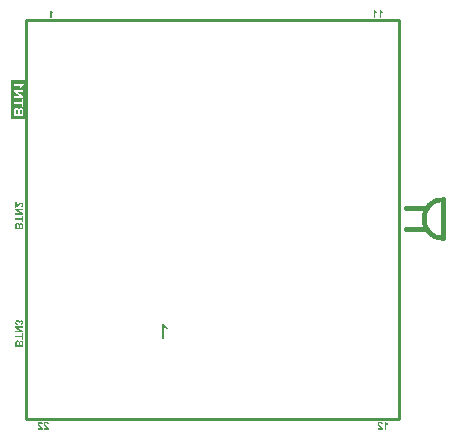
<source format=gbo>
G04*
G04 #@! TF.GenerationSoftware,Altium Limited,Altium Designer,20.1.10 (176)*
G04*
G04 Layer_Color=13813960*
%FSLAX25Y25*%
%MOIN*%
G70*
G04*
G04 #@! TF.SameCoordinates,5BC12612-045E-4FBA-96B6-5BC6791460FD*
G04*
G04*
G04 #@! TF.FilePolarity,Positive*
G04*
G01*
G75*
%ADD11C,0.01000*%
%ADD95C,0.01500*%
G36*
X-62087Y-40100D02*
X-67300D01*
Y-27200D01*
X-62087D01*
Y-40100D01*
D02*
G37*
G36*
X-64997Y-107210D02*
X-64955Y-107213D01*
X-64878Y-107227D01*
X-64811Y-107249D01*
X-64753Y-107274D01*
X-64728Y-107285D01*
X-64706Y-107299D01*
X-64687Y-107310D01*
X-64670Y-107318D01*
X-64659Y-107330D01*
X-64650Y-107335D01*
X-64645Y-107338D01*
X-64642Y-107341D01*
X-64612Y-107366D01*
X-64584Y-107393D01*
X-64540Y-107449D01*
X-64501Y-107507D01*
X-64473Y-107565D01*
X-64454Y-107612D01*
X-64446Y-107634D01*
X-64440Y-107654D01*
X-64434Y-107668D01*
X-64432Y-107679D01*
X-64429Y-107687D01*
Y-107690D01*
X-64390Y-107626D01*
X-64349Y-107568D01*
X-64304Y-107518D01*
X-64260Y-107476D01*
X-64216Y-107440D01*
X-64171Y-107410D01*
X-64127Y-107388D01*
X-64085Y-107368D01*
X-64047Y-107352D01*
X-64008Y-107341D01*
X-63975Y-107332D01*
X-63947Y-107327D01*
X-63925Y-107324D01*
X-63905Y-107321D01*
X-63894D01*
X-63892D01*
X-63847Y-107324D01*
X-63806Y-107330D01*
X-63764Y-107338D01*
X-63725Y-107349D01*
X-63653Y-107379D01*
X-63592Y-107413D01*
X-63565Y-107429D01*
X-63540Y-107446D01*
X-63517Y-107463D01*
X-63501Y-107476D01*
X-63487Y-107487D01*
X-63476Y-107496D01*
X-63470Y-107501D01*
X-63468Y-107504D01*
X-63426Y-107546D01*
X-63390Y-107590D01*
X-63360Y-107637D01*
X-63332Y-107687D01*
X-63310Y-107734D01*
X-63290Y-107781D01*
X-63276Y-107828D01*
X-63263Y-107875D01*
X-63254Y-107917D01*
X-63246Y-107956D01*
X-63243Y-107992D01*
X-63238Y-108022D01*
Y-108047D01*
X-63235Y-108066D01*
Y-108083D01*
X-63238Y-108161D01*
X-63246Y-108233D01*
X-63260Y-108299D01*
X-63274Y-108354D01*
X-63282Y-108379D01*
X-63290Y-108402D01*
X-63296Y-108421D01*
X-63301Y-108438D01*
X-63307Y-108451D01*
X-63313Y-108460D01*
X-63315Y-108465D01*
Y-108468D01*
X-63349Y-108529D01*
X-63385Y-108582D01*
X-63421Y-108626D01*
X-63457Y-108662D01*
X-63487Y-108692D01*
X-63515Y-108715D01*
X-63531Y-108726D01*
X-63534Y-108731D01*
X-63537D01*
X-63592Y-108764D01*
X-63653Y-108792D01*
X-63714Y-108817D01*
X-63775Y-108836D01*
X-63828Y-108853D01*
X-63850Y-108859D01*
X-63869Y-108864D01*
X-63886Y-108867D01*
X-63897Y-108870D01*
X-63905Y-108872D01*
X-63908D01*
X-63983Y-108421D01*
X-63925Y-108410D01*
X-63872Y-108396D01*
X-63831Y-108379D01*
X-63794Y-108360D01*
X-63767Y-108341D01*
X-63747Y-108327D01*
X-63734Y-108316D01*
X-63731Y-108313D01*
X-63700Y-108277D01*
X-63678Y-108241D01*
X-63664Y-108205D01*
X-63653Y-108172D01*
X-63648Y-108141D01*
X-63642Y-108119D01*
Y-108097D01*
X-63645Y-108050D01*
X-63653Y-108008D01*
X-63667Y-107975D01*
X-63681Y-107945D01*
X-63695Y-107920D01*
X-63709Y-107903D01*
X-63717Y-107892D01*
X-63720Y-107889D01*
X-63750Y-107864D01*
X-63783Y-107845D01*
X-63819Y-107831D01*
X-63850Y-107820D01*
X-63880Y-107814D01*
X-63902Y-107811D01*
X-63919D01*
X-63922D01*
X-63925D01*
X-63980Y-107817D01*
X-64027Y-107828D01*
X-64069Y-107845D01*
X-64105Y-107864D01*
X-64132Y-107886D01*
X-64152Y-107903D01*
X-64163Y-107914D01*
X-64169Y-107920D01*
X-64196Y-107964D01*
X-64218Y-108011D01*
X-64235Y-108061D01*
X-64243Y-108111D01*
X-64249Y-108155D01*
Y-108174D01*
X-64252Y-108191D01*
Y-108224D01*
X-64650Y-108277D01*
X-64637Y-108230D01*
X-64628Y-108186D01*
X-64620Y-108150D01*
X-64617Y-108116D01*
X-64614Y-108089D01*
X-64612Y-108069D01*
Y-108053D01*
X-64617Y-108000D01*
X-64628Y-107953D01*
X-64648Y-107911D01*
X-64667Y-107875D01*
X-64687Y-107848D01*
X-64706Y-107825D01*
X-64717Y-107814D01*
X-64723Y-107809D01*
X-64767Y-107775D01*
X-64814Y-107751D01*
X-64864Y-107734D01*
X-64911Y-107720D01*
X-64952Y-107715D01*
X-64969Y-107712D01*
X-64986D01*
X-65000Y-107709D01*
X-65008D01*
X-65013D01*
X-65016D01*
X-65085Y-107715D01*
X-65146Y-107726D01*
X-65199Y-107742D01*
X-65243Y-107762D01*
X-65279Y-107781D01*
X-65304Y-107798D01*
X-65321Y-107809D01*
X-65326Y-107814D01*
X-65365Y-107856D01*
X-65393Y-107900D01*
X-65412Y-107942D01*
X-65426Y-107983D01*
X-65434Y-108019D01*
X-65437Y-108047D01*
X-65440Y-108058D01*
Y-108072D01*
X-65437Y-108122D01*
X-65426Y-108169D01*
X-65409Y-108210D01*
X-65393Y-108246D01*
X-65376Y-108274D01*
X-65360Y-108296D01*
X-65349Y-108307D01*
X-65346Y-108313D01*
X-65307Y-108346D01*
X-65260Y-108374D01*
X-65215Y-108396D01*
X-65168Y-108410D01*
X-65130Y-108424D01*
X-65096Y-108429D01*
X-65083Y-108432D01*
X-65074Y-108435D01*
X-65069D01*
X-65066D01*
X-65124Y-108908D01*
X-65182Y-108900D01*
X-65241Y-108886D01*
X-65293Y-108870D01*
X-65343Y-108853D01*
X-65390Y-108831D01*
X-65432Y-108809D01*
X-65470Y-108787D01*
X-65506Y-108764D01*
X-65540Y-108739D01*
X-65567Y-108720D01*
X-65592Y-108698D01*
X-65612Y-108681D01*
X-65628Y-108668D01*
X-65639Y-108656D01*
X-65645Y-108648D01*
X-65648Y-108645D01*
X-65684Y-108601D01*
X-65714Y-108554D01*
X-65739Y-108507D01*
X-65764Y-108457D01*
X-65783Y-108410D01*
X-65797Y-108363D01*
X-65811Y-108316D01*
X-65822Y-108271D01*
X-65830Y-108230D01*
X-65836Y-108191D01*
X-65842Y-108155D01*
X-65844Y-108127D01*
Y-108102D01*
X-65847Y-108086D01*
Y-108069D01*
X-65844Y-108003D01*
X-65836Y-107936D01*
X-65825Y-107875D01*
X-65811Y-107817D01*
X-65792Y-107764D01*
X-65772Y-107712D01*
X-65750Y-107665D01*
X-65728Y-107623D01*
X-65709Y-107584D01*
X-65686Y-107551D01*
X-65667Y-107524D01*
X-65648Y-107499D01*
X-65634Y-107479D01*
X-65623Y-107465D01*
X-65614Y-107457D01*
X-65612Y-107454D01*
X-65565Y-107410D01*
X-65517Y-107374D01*
X-65470Y-107341D01*
X-65421Y-107313D01*
X-65373Y-107288D01*
X-65326Y-107269D01*
X-65279Y-107252D01*
X-65235Y-107238D01*
X-65193Y-107227D01*
X-65157Y-107221D01*
X-65124Y-107216D01*
X-65094Y-107210D01*
X-65071D01*
X-65052Y-107208D01*
X-65041D01*
X-65038D01*
X-64997Y-107210D01*
D02*
G37*
G36*
X-63243Y-109803D02*
X-64961D01*
X-63243Y-110856D01*
Y-111354D01*
X-65800D01*
Y-110878D01*
X-64121D01*
X-65800Y-109842D01*
Y-109327D01*
X-63243D01*
Y-109803D01*
D02*
G37*
G36*
Y-113720D02*
X-63675D01*
Y-112961D01*
X-65800D01*
Y-112446D01*
X-63675D01*
Y-111692D01*
X-63243D01*
Y-113720D01*
D02*
G37*
G36*
X-64980Y-113983D02*
X-64905Y-113997D01*
X-64842Y-114019D01*
X-64783Y-114041D01*
X-64761Y-114052D01*
X-64739Y-114063D01*
X-64720Y-114075D01*
X-64703Y-114086D01*
X-64692Y-114094D01*
X-64684Y-114099D01*
X-64678Y-114102D01*
X-64675Y-114105D01*
X-64617Y-114155D01*
X-64570Y-114213D01*
X-64529Y-114274D01*
X-64498Y-114329D01*
X-64473Y-114382D01*
X-64465Y-114404D01*
X-64457Y-114424D01*
X-64451Y-114440D01*
X-64446Y-114451D01*
X-64443Y-114460D01*
Y-114462D01*
X-64412Y-114404D01*
X-64376Y-114351D01*
X-64337Y-114307D01*
X-64301Y-114268D01*
X-64268Y-114238D01*
X-64243Y-114216D01*
X-64232Y-114210D01*
X-64224Y-114205D01*
X-64221Y-114199D01*
X-64218D01*
X-64160Y-114166D01*
X-64105Y-114144D01*
X-64049Y-114127D01*
X-63997Y-114113D01*
X-63952Y-114108D01*
X-63936Y-114105D01*
X-63919D01*
X-63905Y-114102D01*
X-63897D01*
X-63892D01*
X-63889D01*
X-63828Y-114105D01*
X-63772Y-114113D01*
X-63720Y-114127D01*
X-63675Y-114141D01*
X-63639Y-114158D01*
X-63612Y-114169D01*
X-63603Y-114174D01*
X-63595Y-114180D01*
X-63592Y-114182D01*
X-63590D01*
X-63542Y-114213D01*
X-63501Y-114246D01*
X-63465Y-114279D01*
X-63432Y-114310D01*
X-63410Y-114338D01*
X-63390Y-114360D01*
X-63379Y-114374D01*
X-63376Y-114376D01*
Y-114379D01*
X-63349Y-114424D01*
X-63326Y-114471D01*
X-63307Y-114515D01*
X-63293Y-114557D01*
X-63282Y-114593D01*
X-63276Y-114620D01*
X-63274Y-114631D01*
X-63271Y-114640D01*
Y-114645D01*
X-63265Y-114676D01*
X-63263Y-114706D01*
X-63254Y-114778D01*
X-63249Y-114853D01*
X-63246Y-114928D01*
Y-114961D01*
X-63243Y-114994D01*
Y-116119D01*
X-65800D01*
Y-115160D01*
X-65797Y-115080D01*
Y-114944D01*
X-65794Y-114886D01*
Y-114836D01*
X-65792Y-114792D01*
Y-114753D01*
X-65789Y-114723D01*
Y-114695D01*
X-65786Y-114673D01*
Y-114656D01*
X-65783Y-114642D01*
Y-114629D01*
X-65772Y-114554D01*
X-65756Y-114487D01*
X-65736Y-114426D01*
X-65714Y-114376D01*
X-65695Y-114338D01*
X-65686Y-114321D01*
X-65681Y-114307D01*
X-65673Y-114296D01*
X-65667Y-114288D01*
X-65664Y-114285D01*
Y-114282D01*
X-65626Y-114232D01*
X-65581Y-114188D01*
X-65537Y-114149D01*
X-65495Y-114119D01*
X-65459Y-114094D01*
X-65429Y-114075D01*
X-65418Y-114069D01*
X-65409Y-114063D01*
X-65404Y-114061D01*
X-65401D01*
X-65337Y-114033D01*
X-65276Y-114014D01*
X-65221Y-113997D01*
X-65168Y-113989D01*
X-65124Y-113983D01*
X-65105Y-113980D01*
X-65091Y-113978D01*
X-65077D01*
X-65069D01*
X-65063D01*
X-65060D01*
X-65019D01*
X-64980Y-113983D01*
D02*
G37*
G36*
X-16321Y-108704D02*
X-16243Y-108819D01*
X-16154Y-108928D01*
X-16066Y-109022D01*
X-15988Y-109110D01*
X-15952Y-109141D01*
X-15926Y-109172D01*
X-15900Y-109198D01*
X-15879Y-109214D01*
X-15868Y-109224D01*
X-15863Y-109230D01*
X-15723Y-109349D01*
X-15572Y-109453D01*
X-15426Y-109552D01*
X-15291Y-109635D01*
X-15234Y-109666D01*
X-15177Y-109698D01*
X-15125Y-109729D01*
X-15083Y-109750D01*
X-15047Y-109765D01*
X-15021Y-109781D01*
X-15005Y-109786D01*
X-15000Y-109791D01*
Y-110358D01*
X-15104Y-110316D01*
X-15213Y-110270D01*
X-15317Y-110218D01*
X-15411Y-110171D01*
X-15494Y-110124D01*
X-15530Y-110108D01*
X-15562Y-110088D01*
X-15588Y-110077D01*
X-15603Y-110067D01*
X-15614Y-110056D01*
X-15619D01*
X-15744Y-109978D01*
X-15853Y-109906D01*
X-15952Y-109838D01*
X-16030Y-109776D01*
X-16097Y-109724D01*
X-16144Y-109687D01*
X-16170Y-109661D01*
X-16180Y-109651D01*
Y-113400D01*
X-16768D01*
Y-108585D01*
X-16388D01*
X-16321Y-108704D01*
D02*
G37*
G36*
X-55442Y-141138D02*
X-55381Y-141143D01*
X-55323Y-141152D01*
X-55270Y-141163D01*
X-55218Y-141176D01*
X-55171Y-141190D01*
X-55129Y-141207D01*
X-55088Y-141224D01*
X-55051Y-141240D01*
X-55021Y-141257D01*
X-54993Y-141271D01*
X-54971Y-141285D01*
X-54955Y-141296D01*
X-54941Y-141304D01*
X-54932Y-141309D01*
X-54930Y-141312D01*
X-54888Y-141348D01*
X-54852Y-141387D01*
X-54819Y-141431D01*
X-54791Y-141479D01*
X-54766Y-141525D01*
X-54744Y-141575D01*
X-54725Y-141622D01*
X-54708Y-141670D01*
X-54694Y-141714D01*
X-54683Y-141755D01*
X-54675Y-141794D01*
X-54669Y-141827D01*
X-54664Y-141855D01*
X-54661Y-141877D01*
X-54658Y-141888D01*
Y-141894D01*
X-55146Y-141941D01*
X-55149Y-141902D01*
X-55154Y-141866D01*
X-55168Y-141803D01*
X-55185Y-141750D01*
X-55201Y-141708D01*
X-55221Y-141675D01*
X-55234Y-141653D01*
X-55245Y-141642D01*
X-55248Y-141636D01*
X-55284Y-141606D01*
X-55326Y-141581D01*
X-55367Y-141564D01*
X-55406Y-141553D01*
X-55442Y-141548D01*
X-55470Y-141542D01*
X-55495D01*
X-55550Y-141545D01*
X-55597Y-141556D01*
X-55639Y-141570D01*
X-55675Y-141586D01*
X-55703Y-141603D01*
X-55722Y-141617D01*
X-55736Y-141628D01*
X-55739Y-141631D01*
X-55769Y-141667D01*
X-55791Y-141708D01*
X-55805Y-141750D01*
X-55816Y-141789D01*
X-55822Y-141827D01*
X-55827Y-141855D01*
Y-141866D01*
Y-141875D01*
Y-141880D01*
Y-141883D01*
X-55822Y-141938D01*
X-55810Y-141994D01*
X-55794Y-142043D01*
X-55777Y-142088D01*
X-55758Y-142127D01*
X-55741Y-142157D01*
X-55733Y-142168D01*
X-55730Y-142176D01*
X-55725Y-142179D01*
Y-142182D01*
X-55708Y-142204D01*
X-55686Y-142232D01*
X-55658Y-142262D01*
X-55630Y-142293D01*
X-55564Y-142362D01*
X-55492Y-142431D01*
X-55459Y-142465D01*
X-55426Y-142498D01*
X-55398Y-142525D01*
X-55370Y-142551D01*
X-55348Y-142570D01*
X-55331Y-142587D01*
X-55320Y-142597D01*
X-55317Y-142600D01*
X-55243Y-142670D01*
X-55176Y-142736D01*
X-55112Y-142800D01*
X-55057Y-142858D01*
X-55007Y-142911D01*
X-54963Y-142963D01*
X-54921Y-143008D01*
X-54888Y-143049D01*
X-54858Y-143088D01*
X-54833Y-143118D01*
X-54811Y-143149D01*
X-54794Y-143171D01*
X-54783Y-143188D01*
X-54772Y-143201D01*
X-54769Y-143210D01*
X-54766Y-143212D01*
X-54719Y-143298D01*
X-54683Y-143384D01*
X-54653Y-143467D01*
X-54631Y-143542D01*
X-54622Y-143575D01*
X-54617Y-143606D01*
X-54611Y-143633D01*
X-54606Y-143656D01*
X-54603Y-143675D01*
Y-143689D01*
X-54600Y-143697D01*
Y-143700D01*
X-56317D01*
Y-143246D01*
X-55342D01*
X-55376Y-143199D01*
X-55392Y-143176D01*
X-55406Y-143154D01*
X-55420Y-143138D01*
X-55431Y-143124D01*
X-55439Y-143115D01*
X-55442Y-143113D01*
X-55456Y-143099D01*
X-55473Y-143079D01*
X-55492Y-143060D01*
X-55514Y-143038D01*
X-55561Y-142991D01*
X-55611Y-142944D01*
X-55658Y-142900D01*
X-55680Y-142880D01*
X-55700Y-142864D01*
X-55713Y-142850D01*
X-55725Y-142839D01*
X-55733Y-142833D01*
X-55736Y-142830D01*
X-55777Y-142791D01*
X-55816Y-142755D01*
X-55852Y-142719D01*
X-55885Y-142689D01*
X-55913Y-142658D01*
X-55941Y-142633D01*
X-55963Y-142609D01*
X-55985Y-142587D01*
X-56015Y-142551D01*
X-56040Y-142525D01*
X-56051Y-142509D01*
X-56057Y-142503D01*
X-56104Y-142440D01*
X-56146Y-142379D01*
X-56179Y-142323D01*
X-56207Y-142276D01*
X-56226Y-142235D01*
X-56234Y-142218D01*
X-56243Y-142204D01*
X-56248Y-142193D01*
X-56251Y-142182D01*
X-56254Y-142179D01*
Y-142176D01*
X-56276Y-142118D01*
X-56290Y-142060D01*
X-56301Y-142005D01*
X-56309Y-141952D01*
X-56315Y-141911D01*
Y-141891D01*
X-56317Y-141877D01*
Y-141864D01*
Y-141855D01*
Y-141850D01*
Y-141847D01*
X-56315Y-141791D01*
X-56309Y-141739D01*
X-56298Y-141689D01*
X-56284Y-141639D01*
X-56267Y-141595D01*
X-56248Y-141553D01*
X-56229Y-141515D01*
X-56209Y-141481D01*
X-56187Y-141448D01*
X-56168Y-141420D01*
X-56148Y-141395D01*
X-56132Y-141376D01*
X-56118Y-141362D01*
X-56107Y-141348D01*
X-56101Y-141343D01*
X-56099Y-141340D01*
X-56057Y-141304D01*
X-56010Y-141273D01*
X-55963Y-141246D01*
X-55916Y-141221D01*
X-55866Y-141201D01*
X-55816Y-141185D01*
X-55769Y-141171D01*
X-55722Y-141160D01*
X-55677Y-141152D01*
X-55636Y-141146D01*
X-55600Y-141140D01*
X-55569Y-141138D01*
X-55542Y-141135D01*
X-55506D01*
X-55442Y-141138D01*
D02*
G37*
G36*
X-57428D02*
X-57367Y-141143D01*
X-57309Y-141152D01*
X-57256Y-141163D01*
X-57204Y-141176D01*
X-57157Y-141190D01*
X-57115Y-141207D01*
X-57074Y-141224D01*
X-57038Y-141240D01*
X-57007Y-141257D01*
X-56979Y-141271D01*
X-56957Y-141285D01*
X-56941Y-141296D01*
X-56927Y-141304D01*
X-56919Y-141309D01*
X-56916Y-141312D01*
X-56874Y-141348D01*
X-56838Y-141387D01*
X-56805Y-141431D01*
X-56777Y-141479D01*
X-56752Y-141525D01*
X-56730Y-141575D01*
X-56711Y-141622D01*
X-56694Y-141670D01*
X-56680Y-141714D01*
X-56669Y-141755D01*
X-56661Y-141794D01*
X-56655Y-141827D01*
X-56650Y-141855D01*
X-56647Y-141877D01*
X-56644Y-141888D01*
Y-141894D01*
X-57132Y-141941D01*
X-57135Y-141902D01*
X-57140Y-141866D01*
X-57154Y-141803D01*
X-57171Y-141750D01*
X-57187Y-141708D01*
X-57207Y-141675D01*
X-57220Y-141653D01*
X-57231Y-141642D01*
X-57234Y-141636D01*
X-57270Y-141606D01*
X-57312Y-141581D01*
X-57353Y-141564D01*
X-57392Y-141553D01*
X-57428Y-141548D01*
X-57456Y-141542D01*
X-57481D01*
X-57536Y-141545D01*
X-57583Y-141556D01*
X-57625Y-141570D01*
X-57661Y-141586D01*
X-57688Y-141603D01*
X-57708Y-141617D01*
X-57722Y-141628D01*
X-57725Y-141631D01*
X-57755Y-141667D01*
X-57777Y-141708D01*
X-57791Y-141750D01*
X-57802Y-141789D01*
X-57808Y-141827D01*
X-57813Y-141855D01*
Y-141866D01*
Y-141875D01*
Y-141880D01*
Y-141883D01*
X-57808Y-141938D01*
X-57797Y-141994D01*
X-57780Y-142043D01*
X-57763Y-142088D01*
X-57744Y-142127D01*
X-57727Y-142157D01*
X-57719Y-142168D01*
X-57716Y-142176D01*
X-57711Y-142179D01*
Y-142182D01*
X-57694Y-142204D01*
X-57672Y-142232D01*
X-57644Y-142262D01*
X-57617Y-142293D01*
X-57550Y-142362D01*
X-57478Y-142431D01*
X-57445Y-142465D01*
X-57411Y-142498D01*
X-57384Y-142525D01*
X-57356Y-142551D01*
X-57334Y-142570D01*
X-57317Y-142587D01*
X-57306Y-142597D01*
X-57304Y-142600D01*
X-57229Y-142670D01*
X-57162Y-142736D01*
X-57099Y-142800D01*
X-57043Y-142858D01*
X-56993Y-142911D01*
X-56949Y-142963D01*
X-56907Y-143008D01*
X-56874Y-143049D01*
X-56844Y-143088D01*
X-56819Y-143118D01*
X-56797Y-143149D01*
X-56780Y-143171D01*
X-56769Y-143188D01*
X-56758Y-143201D01*
X-56755Y-143210D01*
X-56752Y-143212D01*
X-56705Y-143298D01*
X-56669Y-143384D01*
X-56639Y-143467D01*
X-56617Y-143542D01*
X-56608Y-143575D01*
X-56603Y-143606D01*
X-56597Y-143633D01*
X-56592Y-143656D01*
X-56589Y-143675D01*
Y-143689D01*
X-56586Y-143697D01*
Y-143700D01*
X-58303D01*
Y-143246D01*
X-57328D01*
X-57362Y-143199D01*
X-57378Y-143176D01*
X-57392Y-143154D01*
X-57406Y-143138D01*
X-57417Y-143124D01*
X-57425Y-143115D01*
X-57428Y-143113D01*
X-57442Y-143099D01*
X-57459Y-143079D01*
X-57478Y-143060D01*
X-57500Y-143038D01*
X-57547Y-142991D01*
X-57597Y-142944D01*
X-57644Y-142900D01*
X-57666Y-142880D01*
X-57686Y-142864D01*
X-57700Y-142850D01*
X-57711Y-142839D01*
X-57719Y-142833D01*
X-57722Y-142830D01*
X-57763Y-142791D01*
X-57802Y-142755D01*
X-57838Y-142719D01*
X-57871Y-142689D01*
X-57899Y-142658D01*
X-57927Y-142633D01*
X-57949Y-142609D01*
X-57971Y-142587D01*
X-58002Y-142551D01*
X-58026Y-142525D01*
X-58038Y-142509D01*
X-58043Y-142503D01*
X-58090Y-142440D01*
X-58132Y-142379D01*
X-58165Y-142323D01*
X-58193Y-142276D01*
X-58212Y-142235D01*
X-58220Y-142218D01*
X-58229Y-142204D01*
X-58234Y-142193D01*
X-58237Y-142182D01*
X-58240Y-142179D01*
Y-142176D01*
X-58262Y-142118D01*
X-58276Y-142060D01*
X-58287Y-142005D01*
X-58295Y-141952D01*
X-58301Y-141911D01*
Y-141891D01*
X-58303Y-141877D01*
Y-141864D01*
Y-141855D01*
Y-141850D01*
Y-141847D01*
X-58301Y-141791D01*
X-58295Y-141739D01*
X-58284Y-141689D01*
X-58270Y-141639D01*
X-58254Y-141595D01*
X-58234Y-141553D01*
X-58215Y-141515D01*
X-58196Y-141481D01*
X-58173Y-141448D01*
X-58154Y-141420D01*
X-58135Y-141395D01*
X-58118Y-141376D01*
X-58104Y-141362D01*
X-58093Y-141348D01*
X-58087Y-141343D01*
X-58085Y-141340D01*
X-58043Y-141304D01*
X-57996Y-141273D01*
X-57949Y-141246D01*
X-57902Y-141221D01*
X-57852Y-141201D01*
X-57802Y-141185D01*
X-57755Y-141171D01*
X-57708Y-141160D01*
X-57664Y-141152D01*
X-57622Y-141146D01*
X-57586Y-141140D01*
X-57556Y-141138D01*
X-57528Y-141135D01*
X-57492D01*
X-57428Y-141138D01*
D02*
G37*
G36*
X55866D02*
X55927Y-141143D01*
X55985Y-141152D01*
X56037Y-141163D01*
X56090Y-141176D01*
X56137Y-141190D01*
X56179Y-141207D01*
X56220Y-141224D01*
X56256Y-141240D01*
X56287Y-141257D01*
X56314Y-141271D01*
X56337Y-141285D01*
X56353Y-141296D01*
X56367Y-141304D01*
X56375Y-141309D01*
X56378Y-141312D01*
X56420Y-141348D01*
X56456Y-141387D01*
X56489Y-141431D01*
X56517Y-141479D01*
X56542Y-141525D01*
X56564Y-141575D01*
X56583Y-141622D01*
X56600Y-141670D01*
X56614Y-141714D01*
X56625Y-141755D01*
X56633Y-141794D01*
X56639Y-141827D01*
X56644Y-141855D01*
X56647Y-141877D01*
X56650Y-141888D01*
Y-141894D01*
X56162Y-141941D01*
X56159Y-141902D01*
X56154Y-141866D01*
X56140Y-141803D01*
X56123Y-141750D01*
X56107Y-141708D01*
X56087Y-141675D01*
X56073Y-141653D01*
X56062Y-141642D01*
X56060Y-141636D01*
X56024Y-141606D01*
X55982Y-141581D01*
X55941Y-141564D01*
X55902Y-141553D01*
X55866Y-141548D01*
X55838Y-141542D01*
X55813D01*
X55758Y-141545D01*
X55711Y-141556D01*
X55669Y-141570D01*
X55633Y-141586D01*
X55605Y-141603D01*
X55586Y-141617D01*
X55572Y-141628D01*
X55569Y-141631D01*
X55539Y-141667D01*
X55517Y-141708D01*
X55503Y-141750D01*
X55492Y-141789D01*
X55486Y-141827D01*
X55481Y-141855D01*
Y-141866D01*
Y-141875D01*
Y-141880D01*
Y-141883D01*
X55486Y-141938D01*
X55497Y-141994D01*
X55514Y-142043D01*
X55531Y-142088D01*
X55550Y-142127D01*
X55567Y-142157D01*
X55575Y-142168D01*
X55578Y-142176D01*
X55583Y-142179D01*
Y-142182D01*
X55600Y-142204D01*
X55622Y-142232D01*
X55650Y-142262D01*
X55677Y-142293D01*
X55744Y-142362D01*
X55816Y-142431D01*
X55849Y-142465D01*
X55882Y-142498D01*
X55910Y-142525D01*
X55938Y-142551D01*
X55960Y-142570D01*
X55976Y-142587D01*
X55988Y-142597D01*
X55990Y-142600D01*
X56065Y-142670D01*
X56132Y-142736D01*
X56195Y-142800D01*
X56251Y-142858D01*
X56301Y-142911D01*
X56345Y-142963D01*
X56387Y-143008D01*
X56420Y-143049D01*
X56450Y-143088D01*
X56475Y-143118D01*
X56497Y-143149D01*
X56514Y-143171D01*
X56525Y-143188D01*
X56536Y-143201D01*
X56539Y-143210D01*
X56542Y-143212D01*
X56589Y-143298D01*
X56625Y-143384D01*
X56655Y-143467D01*
X56677Y-143542D01*
X56686Y-143575D01*
X56691Y-143606D01*
X56697Y-143633D01*
X56702Y-143656D01*
X56705Y-143675D01*
Y-143689D01*
X56708Y-143697D01*
Y-143700D01*
X54990D01*
Y-143246D01*
X55965D01*
X55932Y-143199D01*
X55916Y-143176D01*
X55902Y-143154D01*
X55888Y-143138D01*
X55877Y-143124D01*
X55869Y-143115D01*
X55866Y-143113D01*
X55852Y-143099D01*
X55835Y-143079D01*
X55816Y-143060D01*
X55794Y-143038D01*
X55747Y-142991D01*
X55697Y-142944D01*
X55650Y-142900D01*
X55628Y-142880D01*
X55608Y-142864D01*
X55594Y-142850D01*
X55583Y-142839D01*
X55575Y-142833D01*
X55572Y-142830D01*
X55531Y-142791D01*
X55492Y-142755D01*
X55456Y-142719D01*
X55423Y-142689D01*
X55395Y-142658D01*
X55367Y-142633D01*
X55345Y-142609D01*
X55323Y-142587D01*
X55292Y-142551D01*
X55267Y-142525D01*
X55256Y-142509D01*
X55251Y-142503D01*
X55204Y-142440D01*
X55162Y-142379D01*
X55129Y-142323D01*
X55101Y-142276D01*
X55082Y-142235D01*
X55073Y-142218D01*
X55065Y-142204D01*
X55060Y-142193D01*
X55057Y-142182D01*
X55054Y-142179D01*
Y-142176D01*
X55032Y-142118D01*
X55018Y-142060D01*
X55007Y-142005D01*
X54999Y-141952D01*
X54993Y-141911D01*
Y-141891D01*
X54990Y-141877D01*
Y-141864D01*
Y-141855D01*
Y-141850D01*
Y-141847D01*
X54993Y-141791D01*
X54999Y-141739D01*
X55010Y-141689D01*
X55024Y-141639D01*
X55040Y-141595D01*
X55060Y-141553D01*
X55079Y-141515D01*
X55098Y-141481D01*
X55121Y-141448D01*
X55140Y-141420D01*
X55159Y-141395D01*
X55176Y-141376D01*
X55190Y-141362D01*
X55201Y-141348D01*
X55207Y-141343D01*
X55209Y-141340D01*
X55251Y-141304D01*
X55298Y-141273D01*
X55345Y-141246D01*
X55392Y-141221D01*
X55442Y-141201D01*
X55492Y-141185D01*
X55539Y-141171D01*
X55586Y-141160D01*
X55630Y-141152D01*
X55672Y-141146D01*
X55708Y-141140D01*
X55738Y-141138D01*
X55766Y-141135D01*
X55802D01*
X55866Y-141138D01*
D02*
G37*
G36*
X57794Y-141179D02*
X57813Y-141221D01*
X57860Y-141298D01*
X57910Y-141368D01*
X57963Y-141429D01*
X57987Y-141456D01*
X58010Y-141479D01*
X58029Y-141501D01*
X58048Y-141517D01*
X58062Y-141531D01*
X58073Y-141539D01*
X58082Y-141545D01*
X58084Y-141548D01*
X58168Y-141609D01*
X58245Y-141658D01*
X58314Y-141700D01*
X58375Y-141730D01*
X58403Y-141744D01*
X58428Y-141755D01*
X58447Y-141764D01*
X58467Y-141772D01*
X58481Y-141778D01*
X58492Y-141780D01*
X58497Y-141783D01*
X58500D01*
Y-142229D01*
X58434Y-142204D01*
X58370Y-142179D01*
X58306Y-142152D01*
X58248Y-142121D01*
X58192Y-142091D01*
X58140Y-142060D01*
X58093Y-142030D01*
X58048Y-141999D01*
X58007Y-141972D01*
X57974Y-141944D01*
X57941Y-141919D01*
X57916Y-141900D01*
X57896Y-141883D01*
X57880Y-141869D01*
X57871Y-141861D01*
X57868Y-141858D01*
Y-143700D01*
X57378D01*
Y-141135D01*
X57777D01*
X57794Y-141179D01*
D02*
G37*
G36*
X56094Y-3979D02*
X56113Y-4021D01*
X56160Y-4098D01*
X56210Y-4168D01*
X56263Y-4229D01*
X56287Y-4256D01*
X56310Y-4279D01*
X56329Y-4301D01*
X56349Y-4317D01*
X56362Y-4331D01*
X56373Y-4339D01*
X56382Y-4345D01*
X56384Y-4348D01*
X56468Y-4409D01*
X56545Y-4459D01*
X56614Y-4500D01*
X56675Y-4530D01*
X56703Y-4544D01*
X56728Y-4555D01*
X56747Y-4564D01*
X56767Y-4572D01*
X56781Y-4578D01*
X56792Y-4580D01*
X56797Y-4583D01*
X56800D01*
Y-5029D01*
X56734Y-5004D01*
X56670Y-4979D01*
X56606Y-4952D01*
X56548Y-4921D01*
X56493Y-4891D01*
X56440Y-4860D01*
X56393Y-4830D01*
X56349Y-4799D01*
X56307Y-4772D01*
X56274Y-4744D01*
X56240Y-4719D01*
X56216Y-4699D01*
X56196Y-4683D01*
X56179Y-4669D01*
X56171Y-4661D01*
X56168Y-4658D01*
Y-6500D01*
X55678D01*
Y-3935D01*
X56077D01*
X56094Y-3979D01*
D02*
G37*
G36*
X54108D02*
X54127Y-4021D01*
X54174Y-4098D01*
X54224Y-4168D01*
X54277Y-4229D01*
X54302Y-4256D01*
X54324Y-4279D01*
X54343Y-4301D01*
X54362Y-4317D01*
X54376Y-4331D01*
X54387Y-4339D01*
X54396Y-4345D01*
X54398Y-4348D01*
X54482Y-4409D01*
X54559Y-4459D01*
X54628Y-4500D01*
X54689Y-4530D01*
X54717Y-4544D01*
X54742Y-4555D01*
X54761Y-4564D01*
X54781Y-4572D01*
X54795Y-4578D01*
X54806Y-4580D01*
X54811Y-4583D01*
X54814D01*
Y-5029D01*
X54747Y-5004D01*
X54684Y-4979D01*
X54620Y-4952D01*
X54562Y-4921D01*
X54506Y-4891D01*
X54454Y-4860D01*
X54407Y-4830D01*
X54362Y-4799D01*
X54321Y-4772D01*
X54288Y-4744D01*
X54254Y-4719D01*
X54229Y-4699D01*
X54210Y-4683D01*
X54193Y-4669D01*
X54185Y-4661D01*
X54182Y-4658D01*
Y-6500D01*
X53692D01*
Y-3935D01*
X54091D01*
X54108Y-3979D01*
D02*
G37*
G36*
X-53806Y-4079D02*
X-53787Y-4121D01*
X-53740Y-4198D01*
X-53690Y-4268D01*
X-53637Y-4329D01*
X-53613Y-4356D01*
X-53590Y-4378D01*
X-53571Y-4401D01*
X-53552Y-4417D01*
X-53538Y-4431D01*
X-53527Y-4439D01*
X-53518Y-4445D01*
X-53515Y-4448D01*
X-53432Y-4509D01*
X-53355Y-4558D01*
X-53286Y-4600D01*
X-53225Y-4631D01*
X-53197Y-4644D01*
X-53172Y-4656D01*
X-53153Y-4664D01*
X-53133Y-4672D01*
X-53119Y-4678D01*
X-53108Y-4680D01*
X-53103Y-4683D01*
X-53100D01*
Y-5129D01*
X-53167Y-5104D01*
X-53230Y-5079D01*
X-53294Y-5052D01*
X-53352Y-5021D01*
X-53408Y-4991D01*
X-53460Y-4960D01*
X-53507Y-4930D01*
X-53552Y-4899D01*
X-53593Y-4871D01*
X-53626Y-4844D01*
X-53659Y-4819D01*
X-53685Y-4800D01*
X-53704Y-4783D01*
X-53720Y-4769D01*
X-53729Y-4761D01*
X-53732Y-4758D01*
Y-6600D01*
X-54222D01*
Y-4035D01*
X-53823D01*
X-53806Y-4079D01*
D02*
G37*
G36*
X-63892Y-68019D02*
X-63839Y-68025D01*
X-63789Y-68036D01*
X-63739Y-68050D01*
X-63695Y-68067D01*
X-63653Y-68086D01*
X-63614Y-68105D01*
X-63581Y-68125D01*
X-63548Y-68147D01*
X-63520Y-68166D01*
X-63495Y-68186D01*
X-63476Y-68202D01*
X-63462Y-68216D01*
X-63448Y-68227D01*
X-63443Y-68233D01*
X-63440Y-68235D01*
X-63404Y-68277D01*
X-63374Y-68324D01*
X-63346Y-68371D01*
X-63321Y-68418D01*
X-63301Y-68468D01*
X-63285Y-68518D01*
X-63271Y-68565D01*
X-63260Y-68612D01*
X-63252Y-68656D01*
X-63246Y-68698D01*
X-63240Y-68734D01*
X-63238Y-68765D01*
X-63235Y-68792D01*
Y-68828D01*
X-63238Y-68892D01*
X-63243Y-68953D01*
X-63252Y-69011D01*
X-63263Y-69064D01*
X-63276Y-69116D01*
X-63290Y-69163D01*
X-63307Y-69205D01*
X-63324Y-69247D01*
X-63340Y-69283D01*
X-63357Y-69313D01*
X-63371Y-69341D01*
X-63385Y-69363D01*
X-63396Y-69379D01*
X-63404Y-69393D01*
X-63410Y-69402D01*
X-63412Y-69404D01*
X-63448Y-69446D01*
X-63487Y-69482D01*
X-63531Y-69515D01*
X-63578Y-69543D01*
X-63626Y-69568D01*
X-63675Y-69590D01*
X-63722Y-69609D01*
X-63770Y-69626D01*
X-63814Y-69640D01*
X-63855Y-69651D01*
X-63894Y-69659D01*
X-63928Y-69665D01*
X-63955Y-69670D01*
X-63977Y-69673D01*
X-63988Y-69676D01*
X-63994D01*
X-64041Y-69188D01*
X-64002Y-69186D01*
X-63966Y-69180D01*
X-63902Y-69166D01*
X-63850Y-69150D01*
X-63808Y-69133D01*
X-63775Y-69113D01*
X-63753Y-69100D01*
X-63742Y-69089D01*
X-63736Y-69086D01*
X-63706Y-69050D01*
X-63681Y-69008D01*
X-63664Y-68967D01*
X-63653Y-68928D01*
X-63648Y-68892D01*
X-63642Y-68864D01*
Y-68839D01*
X-63645Y-68784D01*
X-63656Y-68737D01*
X-63670Y-68695D01*
X-63687Y-68659D01*
X-63703Y-68632D01*
X-63717Y-68612D01*
X-63728Y-68598D01*
X-63731Y-68595D01*
X-63767Y-68565D01*
X-63808Y-68543D01*
X-63850Y-68529D01*
X-63889Y-68518D01*
X-63928Y-68512D01*
X-63955Y-68507D01*
X-63966D01*
X-63975D01*
X-63980D01*
X-63983D01*
X-64038Y-68512D01*
X-64094Y-68524D01*
X-64144Y-68540D01*
X-64188Y-68557D01*
X-64227Y-68576D01*
X-64257Y-68593D01*
X-64268Y-68601D01*
X-64276Y-68604D01*
X-64279Y-68609D01*
X-64282D01*
X-64304Y-68626D01*
X-64332Y-68648D01*
X-64362Y-68676D01*
X-64393Y-68704D01*
X-64462Y-68770D01*
X-64531Y-68842D01*
X-64565Y-68875D01*
X-64598Y-68909D01*
X-64626Y-68936D01*
X-64650Y-68964D01*
X-64670Y-68986D01*
X-64687Y-69003D01*
X-64697Y-69014D01*
X-64700Y-69017D01*
X-64770Y-69091D01*
X-64836Y-69158D01*
X-64900Y-69222D01*
X-64958Y-69277D01*
X-65011Y-69327D01*
X-65063Y-69371D01*
X-65108Y-69413D01*
X-65149Y-69446D01*
X-65188Y-69476D01*
X-65218Y-69501D01*
X-65249Y-69524D01*
X-65271Y-69540D01*
X-65288Y-69551D01*
X-65301Y-69562D01*
X-65310Y-69565D01*
X-65312Y-69568D01*
X-65398Y-69615D01*
X-65484Y-69651D01*
X-65567Y-69681D01*
X-65642Y-69704D01*
X-65675Y-69712D01*
X-65706Y-69717D01*
X-65733Y-69723D01*
X-65756Y-69728D01*
X-65775Y-69731D01*
X-65789D01*
X-65797Y-69734D01*
X-65800D01*
Y-68017D01*
X-65346D01*
Y-68992D01*
X-65299Y-68958D01*
X-65276Y-68942D01*
X-65254Y-68928D01*
X-65238Y-68914D01*
X-65224Y-68903D01*
X-65215Y-68895D01*
X-65213Y-68892D01*
X-65199Y-68878D01*
X-65180Y-68862D01*
X-65160Y-68842D01*
X-65138Y-68820D01*
X-65091Y-68773D01*
X-65044Y-68723D01*
X-65000Y-68676D01*
X-64980Y-68654D01*
X-64964Y-68634D01*
X-64950Y-68621D01*
X-64938Y-68609D01*
X-64933Y-68601D01*
X-64930Y-68598D01*
X-64891Y-68557D01*
X-64855Y-68518D01*
X-64819Y-68482D01*
X-64789Y-68449D01*
X-64758Y-68421D01*
X-64734Y-68393D01*
X-64709Y-68371D01*
X-64687Y-68349D01*
X-64650Y-68318D01*
X-64626Y-68294D01*
X-64609Y-68283D01*
X-64603Y-68277D01*
X-64540Y-68230D01*
X-64479Y-68188D01*
X-64423Y-68155D01*
X-64376Y-68127D01*
X-64335Y-68108D01*
X-64318Y-68100D01*
X-64304Y-68091D01*
X-64293Y-68086D01*
X-64282Y-68083D01*
X-64279Y-68080D01*
X-64276D01*
X-64218Y-68058D01*
X-64160Y-68044D01*
X-64105Y-68033D01*
X-64052Y-68025D01*
X-64011Y-68019D01*
X-63991D01*
X-63977Y-68017D01*
X-63964D01*
X-63955D01*
X-63950D01*
X-63947D01*
X-63892Y-68019D01*
D02*
G37*
G36*
X-63243Y-70584D02*
X-64961D01*
X-63243Y-71637D01*
Y-72136D01*
X-65800D01*
Y-71659D01*
X-64121D01*
X-65800Y-70623D01*
Y-70108D01*
X-63243D01*
Y-70584D01*
D02*
G37*
G36*
Y-74501D02*
X-63675D01*
Y-73742D01*
X-65800D01*
Y-73227D01*
X-63675D01*
Y-72474D01*
X-63243D01*
Y-74501D01*
D02*
G37*
G36*
X-64980Y-74764D02*
X-64905Y-74778D01*
X-64842Y-74800D01*
X-64783Y-74822D01*
X-64761Y-74834D01*
X-64739Y-74845D01*
X-64720Y-74856D01*
X-64703Y-74867D01*
X-64692Y-74875D01*
X-64684Y-74881D01*
X-64678Y-74883D01*
X-64675Y-74886D01*
X-64617Y-74936D01*
X-64570Y-74994D01*
X-64529Y-75055D01*
X-64498Y-75111D01*
X-64473Y-75163D01*
X-64465Y-75185D01*
X-64457Y-75205D01*
X-64451Y-75221D01*
X-64446Y-75232D01*
X-64443Y-75241D01*
Y-75244D01*
X-64412Y-75185D01*
X-64376Y-75133D01*
X-64337Y-75088D01*
X-64301Y-75050D01*
X-64268Y-75019D01*
X-64243Y-74997D01*
X-64232Y-74992D01*
X-64224Y-74986D01*
X-64221Y-74980D01*
X-64218D01*
X-64160Y-74947D01*
X-64105Y-74925D01*
X-64049Y-74908D01*
X-63997Y-74894D01*
X-63952Y-74889D01*
X-63936Y-74886D01*
X-63919D01*
X-63905Y-74883D01*
X-63897D01*
X-63892D01*
X-63889D01*
X-63828Y-74886D01*
X-63772Y-74894D01*
X-63720Y-74908D01*
X-63675Y-74922D01*
X-63639Y-74939D01*
X-63612Y-74950D01*
X-63603Y-74955D01*
X-63595Y-74961D01*
X-63592Y-74964D01*
X-63590D01*
X-63542Y-74994D01*
X-63501Y-75028D01*
X-63465Y-75061D01*
X-63432Y-75091D01*
X-63410Y-75119D01*
X-63390Y-75141D01*
X-63379Y-75155D01*
X-63376Y-75158D01*
Y-75160D01*
X-63349Y-75205D01*
X-63326Y-75252D01*
X-63307Y-75296D01*
X-63293Y-75338D01*
X-63282Y-75374D01*
X-63276Y-75401D01*
X-63274Y-75412D01*
X-63271Y-75421D01*
Y-75426D01*
X-63265Y-75457D01*
X-63263Y-75487D01*
X-63254Y-75559D01*
X-63249Y-75634D01*
X-63246Y-75709D01*
Y-75742D01*
X-63243Y-75775D01*
Y-76900D01*
X-65800D01*
Y-75942D01*
X-65797Y-75861D01*
Y-75726D01*
X-65794Y-75667D01*
Y-75617D01*
X-65792Y-75573D01*
Y-75534D01*
X-65789Y-75504D01*
Y-75476D01*
X-65786Y-75454D01*
Y-75437D01*
X-65783Y-75424D01*
Y-75410D01*
X-65772Y-75335D01*
X-65756Y-75269D01*
X-65736Y-75208D01*
X-65714Y-75158D01*
X-65695Y-75119D01*
X-65686Y-75102D01*
X-65681Y-75088D01*
X-65673Y-75077D01*
X-65667Y-75069D01*
X-65664Y-75066D01*
Y-75064D01*
X-65626Y-75014D01*
X-65581Y-74969D01*
X-65537Y-74931D01*
X-65495Y-74900D01*
X-65459Y-74875D01*
X-65429Y-74856D01*
X-65418Y-74850D01*
X-65409Y-74845D01*
X-65404Y-74842D01*
X-65401D01*
X-65337Y-74814D01*
X-65276Y-74795D01*
X-65221Y-74778D01*
X-65168Y-74770D01*
X-65124Y-74764D01*
X-65105Y-74762D01*
X-65091Y-74759D01*
X-65077D01*
X-65069D01*
X-65063D01*
X-65060D01*
X-65019D01*
X-64980Y-74764D01*
D02*
G37*
%LPC*%
G36*
X-63087Y-28475D02*
X-66300D01*
Y-29880D01*
X-63087D01*
X-63899D01*
Y-29877D01*
X-63895Y-29870D01*
X-63892Y-29856D01*
X-63885Y-29838D01*
X-63875Y-29814D01*
X-63864Y-29790D01*
X-63850Y-29759D01*
X-63833Y-29724D01*
X-63795Y-29648D01*
X-63743Y-29561D01*
X-63680Y-29464D01*
X-63604Y-29360D01*
X-63600Y-29356D01*
X-63593Y-29346D01*
X-63583Y-29332D01*
X-63566Y-29315D01*
X-63545Y-29290D01*
X-63517Y-29266D01*
X-63489Y-29238D01*
X-63455Y-29207D01*
X-63378Y-29141D01*
X-63292Y-29079D01*
X-63194Y-29020D01*
X-63142Y-28995D01*
X-63087Y-28975D01*
Y-28475D01*
D02*
G37*
G36*
X-63097Y-30591D02*
X-66300D01*
Y-31237D01*
X-64197Y-32535D01*
X-66300D01*
Y-33132D01*
X-63097D01*
Y-30591D01*
D02*
G37*
G36*
Y-33555D02*
X-63639D01*
Y-34499D01*
X-66300D01*
Y-33555D01*
Y-36095D01*
X-63097D01*
Y-33555D01*
D02*
G37*
G36*
X-65321Y-36418D02*
X-65412D01*
X-65429Y-36421D01*
X-65453Y-36425D01*
X-65509Y-36432D01*
X-65575Y-36442D01*
X-65644Y-36463D01*
X-65720Y-36487D01*
X-65800Y-36522D01*
X-65804D01*
X-65811Y-36525D01*
X-65821Y-36532D01*
X-65835Y-36539D01*
X-65873Y-36563D01*
X-65918Y-36595D01*
X-65970Y-36633D01*
X-66026Y-36681D01*
X-66081Y-36737D01*
X-66130Y-36799D01*
Y-36803D01*
X-66133Y-36806D01*
X-66140Y-36817D01*
X-66151Y-36831D01*
X-66158Y-36848D01*
X-66168Y-36869D01*
X-66192Y-36917D01*
X-66220Y-36980D01*
X-66245Y-37056D01*
X-66265Y-37139D01*
X-66279Y-37233D01*
Y-37251D01*
X-66283Y-37268D01*
Y-37289D01*
X-66286Y-37316D01*
Y-37351D01*
X-66290Y-37389D01*
Y-37438D01*
X-66293Y-37493D01*
Y-37556D01*
X-66296Y-37629D01*
Y-37799D01*
X-66300Y-37899D01*
Y-39100D01*
X-63097D01*
Y-37691D01*
X-63101Y-37650D01*
Y-37608D01*
X-63104Y-37514D01*
X-63111Y-37420D01*
X-63121Y-37330D01*
X-63125Y-37292D01*
X-63132Y-37254D01*
Y-37247D01*
X-63135Y-37237D01*
X-63139Y-37223D01*
X-63146Y-37188D01*
X-63160Y-37143D01*
X-63177Y-37091D01*
X-63201Y-37035D01*
X-63229Y-36976D01*
X-63264Y-36921D01*
Y-36917D01*
X-63267Y-36914D01*
X-63281Y-36896D01*
X-63305Y-36869D01*
X-63333Y-36834D01*
X-63375Y-36796D01*
X-63420Y-36754D01*
X-63472Y-36713D01*
X-63531Y-36674D01*
X-63534D01*
X-63538Y-36671D01*
X-63548Y-36664D01*
X-63559Y-36657D01*
X-63593Y-36643D01*
X-63639Y-36622D01*
X-63694Y-36605D01*
X-63760Y-36588D01*
X-63829Y-36577D01*
X-63906Y-36574D01*
X-63909D01*
X-63916D01*
X-63927D01*
X-63944Y-36577D01*
X-63965D01*
X-63986Y-36581D01*
X-64041Y-36588D01*
X-64107Y-36605D01*
X-64176Y-36626D01*
X-64246Y-36654D01*
X-64319Y-36695D01*
X-64322D01*
X-64326Y-36702D01*
X-64336Y-36709D01*
X-64350Y-36716D01*
X-64381Y-36744D01*
X-64423Y-36782D01*
X-64468Y-36831D01*
X-64516Y-36886D01*
X-64561Y-36952D01*
X-64600Y-37025D01*
Y-37021D01*
X-64603Y-37011D01*
X-64610Y-36997D01*
X-64617Y-36976D01*
X-64627Y-36952D01*
X-64638Y-36924D01*
X-64669Y-36858D01*
X-64707Y-36789D01*
X-64759Y-36713D01*
X-64818Y-36640D01*
X-64891Y-36577D01*
X-64895Y-36574D01*
X-64902Y-36570D01*
X-64912Y-36563D01*
X-64926Y-36553D01*
X-64947Y-36539D01*
X-64971Y-36525D01*
X-64999Y-36511D01*
X-65026Y-36498D01*
X-65099Y-36470D01*
X-65179Y-36442D01*
X-65273Y-36425D01*
X-65321Y-36418D01*
D02*
G37*
%LPD*%
G36*
X-63996Y-29092D02*
X-64006Y-29103D01*
X-64024Y-29124D01*
X-64044Y-29148D01*
X-64069Y-29179D01*
X-64100Y-29221D01*
X-64135Y-29263D01*
X-64169Y-29315D01*
X-64208Y-29370D01*
X-64246Y-29429D01*
X-64284Y-29495D01*
X-64322Y-29564D01*
X-64360Y-29637D01*
X-64395Y-29717D01*
X-64426Y-29797D01*
X-64457Y-29880D01*
X-66300D01*
Y-29089D01*
X-63992D01*
X-63996Y-29092D01*
D02*
G37*
G36*
X-63097Y-32507D02*
X-65249Y-31188D01*
X-63097D01*
Y-32507D01*
D02*
G37*
G36*
X-63639Y-36095D02*
X-66300D01*
Y-35144D01*
X-63639D01*
Y-36095D01*
D02*
G37*
G36*
X-63944Y-37205D02*
X-63913Y-37212D01*
X-63875Y-37223D01*
X-63833Y-37237D01*
X-63795Y-37257D01*
X-63757Y-37285D01*
X-63753Y-37289D01*
X-63743Y-37299D01*
X-63725Y-37320D01*
X-63708Y-37348D01*
X-63687Y-37382D01*
X-63670Y-37424D01*
X-63656Y-37473D01*
X-63645Y-37532D01*
Y-37542D01*
X-63642Y-37552D01*
Y-37584D01*
X-63639Y-37608D01*
Y-37667D01*
X-63635Y-37709D01*
Y-37802D01*
X-63632Y-37861D01*
Y-38454D01*
X-64371D01*
Y-37830D01*
X-64367Y-37750D01*
Y-37674D01*
X-64364Y-37639D01*
Y-37608D01*
X-64360Y-37580D01*
Y-37552D01*
X-64357Y-37532D01*
X-64350Y-37500D01*
X-64339Y-37466D01*
X-64326Y-37424D01*
X-64305Y-37379D01*
X-64280Y-37337D01*
X-64249Y-37299D01*
X-64246Y-37296D01*
X-64232Y-37285D01*
X-64211Y-37268D01*
X-64180Y-37251D01*
X-64145Y-37233D01*
X-64100Y-37216D01*
X-64051Y-37205D01*
X-63996Y-37202D01*
X-63989D01*
X-63972D01*
X-63944Y-37205D01*
D02*
G37*
G36*
X-65290Y-37087D02*
X-65259Y-37094D01*
X-65221Y-37101D01*
X-65179Y-37115D01*
X-65137Y-37132D01*
X-65099Y-37157D01*
X-65096Y-37160D01*
X-65082Y-37171D01*
X-65065Y-37185D01*
X-65044Y-37209D01*
X-65020Y-37237D01*
X-64995Y-37271D01*
X-64974Y-37313D01*
X-64954Y-37358D01*
X-64950Y-37365D01*
Y-37372D01*
X-64947Y-37386D01*
X-64943Y-37403D01*
X-64940Y-37424D01*
X-64933Y-37448D01*
X-64929Y-37479D01*
X-64926Y-37514D01*
X-64919Y-37556D01*
X-64916Y-37604D01*
X-64912Y-37656D01*
X-64908Y-37715D01*
Y-37781D01*
X-64905Y-37854D01*
Y-38454D01*
X-65759D01*
Y-37743D01*
X-65755Y-37670D01*
Y-37594D01*
X-65752Y-37521D01*
X-65748Y-37490D01*
Y-37459D01*
X-65745Y-37434D01*
X-65741Y-37413D01*
Y-37407D01*
X-65734Y-37389D01*
X-65727Y-37361D01*
X-65714Y-37330D01*
X-65696Y-37292D01*
X-65675Y-37254D01*
X-65648Y-37212D01*
X-65613Y-37178D01*
X-65610Y-37174D01*
X-65596Y-37164D01*
X-65571Y-37146D01*
X-65540Y-37129D01*
X-65502Y-37115D01*
X-65457Y-37098D01*
X-65401Y-37087D01*
X-65342Y-37084D01*
X-65335D01*
X-65318D01*
X-65290Y-37087D01*
D02*
G37*
%LPC*%
G36*
X-63941Y-114604D02*
X-63955D01*
X-63961D01*
X-64005Y-114606D01*
X-64044Y-114615D01*
X-64080Y-114629D01*
X-64108Y-114642D01*
X-64132Y-114656D01*
X-64149Y-114670D01*
X-64160Y-114678D01*
X-64163Y-114681D01*
X-64188Y-114712D01*
X-64207Y-114745D01*
X-64224Y-114781D01*
X-64235Y-114814D01*
X-64243Y-114842D01*
X-64249Y-114867D01*
X-64252Y-114883D01*
Y-114906D01*
X-64254Y-114928D01*
Y-114953D01*
X-64257Y-114980D01*
Y-115041D01*
X-64260Y-115105D01*
Y-115603D01*
X-63670D01*
Y-115130D01*
X-63673Y-115083D01*
Y-115008D01*
X-63675Y-114975D01*
Y-114928D01*
X-63678Y-114908D01*
Y-114883D01*
X-63681Y-114875D01*
Y-114867D01*
X-63689Y-114820D01*
X-63700Y-114781D01*
X-63714Y-114748D01*
X-63731Y-114720D01*
X-63745Y-114698D01*
X-63758Y-114681D01*
X-63767Y-114673D01*
X-63770Y-114670D01*
X-63800Y-114648D01*
X-63831Y-114631D01*
X-63864Y-114620D01*
X-63894Y-114612D01*
X-63919Y-114606D01*
X-63941Y-114604D01*
D02*
G37*
G36*
X-65016Y-114509D02*
X-65030D01*
X-65035D01*
X-65083Y-114512D01*
X-65127Y-114521D01*
X-65163Y-114534D01*
X-65193Y-114545D01*
X-65218Y-114559D01*
X-65238Y-114573D01*
X-65249Y-114581D01*
X-65251Y-114584D01*
X-65279Y-114612D01*
X-65301Y-114645D01*
X-65318Y-114676D01*
X-65332Y-114706D01*
X-65343Y-114731D01*
X-65349Y-114753D01*
X-65354Y-114767D01*
Y-114773D01*
X-65357Y-114789D01*
X-65360Y-114809D01*
Y-114833D01*
X-65362Y-114858D01*
X-65365Y-114917D01*
Y-114978D01*
X-65368Y-115036D01*
Y-115603D01*
X-64687D01*
Y-115124D01*
X-64689Y-115066D01*
Y-115014D01*
X-64692Y-114966D01*
X-64695Y-114925D01*
X-64697Y-114886D01*
X-64703Y-114853D01*
X-64706Y-114825D01*
X-64709Y-114800D01*
X-64714Y-114781D01*
X-64717Y-114764D01*
X-64720Y-114750D01*
X-64723Y-114739D01*
Y-114734D01*
X-64725Y-114728D01*
X-64742Y-114692D01*
X-64758Y-114659D01*
X-64778Y-114631D01*
X-64797Y-114609D01*
X-64814Y-114590D01*
X-64828Y-114579D01*
X-64839Y-114570D01*
X-64842Y-114568D01*
X-64872Y-114548D01*
X-64905Y-114534D01*
X-64938Y-114523D01*
X-64969Y-114518D01*
X-64994Y-114512D01*
X-65016Y-114509D01*
D02*
G37*
G36*
X-63941Y-75385D02*
X-63955D01*
X-63961D01*
X-64005Y-75388D01*
X-64044Y-75396D01*
X-64080Y-75410D01*
X-64108Y-75424D01*
X-64132Y-75437D01*
X-64149Y-75451D01*
X-64160Y-75460D01*
X-64163Y-75462D01*
X-64188Y-75493D01*
X-64207Y-75526D01*
X-64224Y-75562D01*
X-64235Y-75595D01*
X-64243Y-75623D01*
X-64249Y-75648D01*
X-64252Y-75665D01*
Y-75687D01*
X-64254Y-75709D01*
Y-75734D01*
X-64257Y-75761D01*
Y-75823D01*
X-64260Y-75886D01*
Y-76385D01*
X-63670D01*
Y-75911D01*
X-63673Y-75864D01*
Y-75789D01*
X-63675Y-75756D01*
Y-75709D01*
X-63678Y-75690D01*
Y-75665D01*
X-63681Y-75656D01*
Y-75648D01*
X-63689Y-75601D01*
X-63700Y-75562D01*
X-63714Y-75529D01*
X-63731Y-75501D01*
X-63745Y-75479D01*
X-63758Y-75462D01*
X-63767Y-75454D01*
X-63770Y-75451D01*
X-63800Y-75429D01*
X-63831Y-75412D01*
X-63864Y-75401D01*
X-63894Y-75393D01*
X-63919Y-75388D01*
X-63941Y-75385D01*
D02*
G37*
G36*
X-65016Y-75291D02*
X-65030D01*
X-65035D01*
X-65083Y-75293D01*
X-65127Y-75302D01*
X-65163Y-75316D01*
X-65193Y-75327D01*
X-65218Y-75340D01*
X-65238Y-75354D01*
X-65249Y-75363D01*
X-65251Y-75365D01*
X-65279Y-75393D01*
X-65301Y-75426D01*
X-65318Y-75457D01*
X-65332Y-75487D01*
X-65343Y-75512D01*
X-65349Y-75534D01*
X-65354Y-75548D01*
Y-75554D01*
X-65357Y-75570D01*
X-65360Y-75590D01*
Y-75615D01*
X-65362Y-75640D01*
X-65365Y-75698D01*
Y-75759D01*
X-65368Y-75817D01*
Y-76385D01*
X-64687D01*
Y-75906D01*
X-64689Y-75847D01*
Y-75795D01*
X-64692Y-75748D01*
X-64695Y-75706D01*
X-64697Y-75667D01*
X-64703Y-75634D01*
X-64706Y-75606D01*
X-64709Y-75582D01*
X-64714Y-75562D01*
X-64717Y-75546D01*
X-64720Y-75532D01*
X-64723Y-75520D01*
Y-75515D01*
X-64725Y-75510D01*
X-64742Y-75473D01*
X-64758Y-75440D01*
X-64778Y-75412D01*
X-64797Y-75390D01*
X-64814Y-75371D01*
X-64828Y-75360D01*
X-64839Y-75352D01*
X-64842Y-75349D01*
X-64872Y-75329D01*
X-64905Y-75316D01*
X-64938Y-75305D01*
X-64969Y-75299D01*
X-64994Y-75293D01*
X-65016Y-75291D01*
D02*
G37*
%LPD*%
D11*
X-62094Y-7335D02*
X62000D01*
X-62094Y-140091D02*
Y-7335D01*
Y-140091D02*
X62000D01*
Y-7335D01*
D95*
X76900Y-67000D02*
G03*
X76900Y-80000I0J-6500D01*
G01*
X64400Y-76900D02*
X71300D01*
X64400Y-69800D02*
X71500D01*
X76900Y-80000D02*
Y-67000D01*
M02*

</source>
